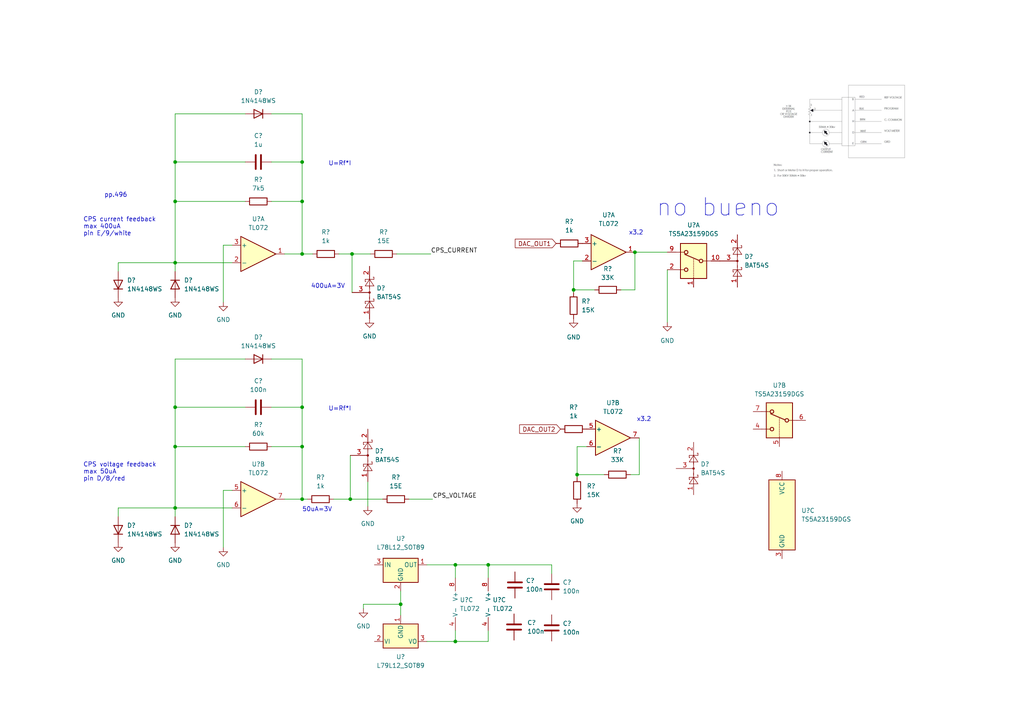
<source format=kicad_sch>
(kicad_sch (version 20211123) (generator eeschema)
  (paper "A4")
  (lib_symbols
    (symbol "Amplifier_Operational:TL072" (pin_names (offset 0.127))
      (property "Reference" "U" (at 0 5.08 0))
      (property "Value" "TL072" (at 0 -5.08 0))
      (symbol "TL072_1_1"
        (polyline (pts (xy -5.08 5.08) (xy 5.08 0) (xy -5.08 -5.08) (xy -5.08 5.08)) (stroke (width 0.254)) (fill (type background)))
        (pin output line (at 7.62 0 180) (length 2.54) (name "~") (number "1"))
        (pin input line (at -7.62 -2.54 0) (length 2.54) (name "-") (number "2"))
        (pin input line (at -7.62 2.54 0) (length 2.54) (name "+") (number "3"))
      )
      (symbol "TL072_2_1"
        (polyline (pts (xy -5.08 5.08) (xy 5.08 0) (xy -5.08 -5.08) (xy -5.08 5.08)) (stroke (width 0.254)) (fill (type background)))
        (pin input line (at -7.62 2.54 0) (length 2.54) (name "+") (number "5"))
        (pin input line (at -7.62 -2.54 0) (length 2.54) (name "-") (number "6"))
        (pin output line (at 7.62 0 180) (length 2.54) (name "~") (number "7"))
      )
      (symbol "TL072_3_1"
        (pin power_in line (at -2.54 -7.62 90) (length 3.81) (name "V-") (number "4"))
        (pin power_in line (at -2.54 7.62 270) (length 3.81) (name "V+") (number "8"))
      )
    )
    (symbol "Analog_Switch:TS5A23159DGS"
      (property "Reference" "U" (at -5.08 8.89 0))
      (property "Value" "TS5A23159DGS" (at -5.08 6.985 0))
      (symbol "TS5A23159DGS_1_1"
        (rectangle (start -3.81 5.08) (end 3.81 -5.08) (stroke (width 0.254)) (fill (type background)))
        (circle (center -2.159 0) (radius 0.508) (stroke (width 0.254)))
        (polyline (pts (xy -5.08 0) (xy -2.794 0)))
        (polyline (pts (xy -1.651 0.127) (xy 2.54 1.905)) (stroke (width 0.254)))
        (polyline (pts (xy 0 -5.08) (xy 0 -4.572)))
        (polyline (pts (xy 0 -4.318) (xy 0 -4.064)))
        (polyline (pts (xy 0 -3.81) (xy 0 -3.556)))
        (polyline (pts (xy 0 -3.302) (xy 0 -3.048)))
        (polyline (pts (xy 0 -2.794) (xy 0 -2.54)))
        (polyline (pts (xy 0 -2.286) (xy 0 -2.032)))
        (polyline (pts (xy 0 -1.778) (xy 0 -1.524)))
        (polyline (pts (xy 0 -1.27) (xy 0 -1.016)))
        (polyline (pts (xy 0 -0.762) (xy 0 -0.508)))
        (polyline (pts (xy 0 -0.254) (xy 0 0)))
        (polyline (pts (xy 0 0.254) (xy 0 0.508)))
        (polyline (pts (xy 5.08 -2.54) (xy 2.794 -2.54)))
        (polyline (pts (xy 5.08 2.54) (xy 2.794 2.54)))
        (circle (center 2.159 -2.54) (radius 0.508) (stroke (width 0.254)))
        (circle (center 2.159 2.54) (radius 0.508) (stroke (width 0.254)))
        (pin input line (at 0 -7.62 90) (length 2.54) (name "~") (number "1"))
        (pin passive line (at -7.62 0 0) (length 2.54) (name "~") (number "10"))
        (pin passive line (at 7.62 -2.54 180) (length 2.54) (name "~") (number "2"))
        (pin passive line (at 7.62 2.54 180) (length 2.54) (name "~") (number "9"))
      )
      (symbol "TS5A23159DGS_2_1"
        (rectangle (start -3.81 5.08) (end 3.81 -5.08) (stroke (width 0.254)) (fill (type background)))
        (circle (center -2.159 0) (radius 0.508) (stroke (width 0.254)))
        (polyline (pts (xy -5.08 0) (xy -2.794 0)))
        (polyline (pts (xy -1.651 0.127) (xy 2.54 1.905)) (stroke (width 0.254)))
        (polyline (pts (xy 0 -5.08) (xy 0 -4.572)))
        (polyline (pts (xy 0 -4.318) (xy 0 -4.064)))
        (polyline (pts (xy 0 -3.81) (xy 0 -3.556)))
        (polyline (pts (xy 0 -3.302) (xy 0 -3.048)))
        (polyline (pts (xy 0 -2.794) (xy 0 -2.54)))
        (polyline (pts (xy 0 -2.286) (xy 0 -2.032)))
        (polyline (pts (xy 0 -1.778) (xy 0 -1.524)))
        (polyline (pts (xy 0 -1.27) (xy 0 -1.016)))
        (polyline (pts (xy 0 -0.762) (xy 0 -0.508)))
        (polyline (pts (xy 0 -0.254) (xy 0 0)))
        (polyline (pts (xy 0 0.254) (xy 0 0.508)))
        (polyline (pts (xy 5.08 -2.54) (xy 2.794 -2.54)))
        (polyline (pts (xy 5.08 2.54) (xy 2.794 2.54)))
        (circle (center 2.159 -2.54) (radius 0.508) (stroke (width 0.254)))
        (circle (center 2.159 2.54) (radius 0.508) (stroke (width 0.254)))
        (pin passive line (at 7.62 -2.54 180) (length 2.54) (name "~") (number "4"))
        (pin input line (at 0 -7.62 90) (length 2.54) (name "~") (number "5"))
        (pin passive line (at -7.62 0 0) (length 2.54) (name "~") (number "6"))
        (pin passive line (at 7.62 2.54 180) (length 2.54) (name "~") (number "7"))
      )
      (symbol "TS5A23159DGS_3_1"
        (rectangle (start -3.81 10.16) (end 3.81 -10.16) (stroke (width 0.254)) (fill (type background)))
        (pin power_in line (at 0 -12.7 90) (length 2.54) (name "GND") (number "3"))
        (pin power_in line (at 0 12.7 270) (length 2.54) (name "VCC") (number "8"))
      )
    )
    (symbol "Device:C" (pin_numbers hide) (pin_names (offset 0.254))
      (property "Reference" "C" (at 0.635 2.54 0))
      (property "Value" "C" (at 0.635 -2.54 0))
      (symbol "C_0_1"
        (polyline (pts (xy -2.032 -0.762) (xy 2.032 -0.762)) (stroke (width 0.508)))
        (polyline (pts (xy -2.032 0.762) (xy 2.032 0.762)) (stroke (width 0.508)))
      )
      (symbol "C_1_1"
        (pin passive line (at 0 3.81 270) (length 2.794) (name "~") (number "1"))
        (pin passive line (at 0 -3.81 90) (length 2.794) (name "~") (number "2"))
      )
    )
    (symbol "Device:R" (pin_numbers hide) (pin_names (offset 0))
      (property "Reference" "R" (at 2.032 0 90))
      (property "Value" "R" (at 0 0 90))
      (symbol "R_0_1"
        (rectangle (start -1.016 -2.54) (end 1.016 2.54) (stroke (width 0.254)))
      )
      (symbol "R_1_1"
        (pin passive line (at 0 3.81 270) (length 1.27) (name "~") (number "1"))
        (pin passive line (at 0 -3.81 90) (length 1.27) (name "~") (number "2"))
      )
    )
    (symbol "Diode:1N4148WS" (pin_numbers hide) (pin_names (offset 1.016) hide)
      (property "Reference" "D" (at 0 2.54 0))
      (property "Value" "1N4148WS" (at 0 -2.54 0))
      (symbol "1N4148WS_0_1"
        (polyline (pts (xy -1.27 1.27) (xy -1.27 -1.27)) (stroke (width 0.254)))
        (polyline (pts (xy 1.27 0) (xy -1.27 0)))
        (polyline (pts (xy 1.27 1.27) (xy 1.27 -1.27) (xy -1.27 0) (xy 1.27 1.27)) (stroke (width 0.254)))
      )
      (symbol "1N4148WS_1_1"
        (pin passive line (at -3.81 0 0) (length 2.54) (name "K") (number "1"))
        (pin passive line (at 3.81 0 180) (length 2.54) (name "A") (number "2"))
      )
    )
    (symbol "Diode:BAT54S" (pin_names (offset 1.016))
      (property "Reference" "D" (at 0.635 -3.81 0))
      (property "Value" "BAT54S" (at -6.35 3.175 0))
      (symbol "BAT54S_0_1"
        (polyline (pts (xy -3.81 0) (xy -1.27 0)))
        (polyline (pts (xy -3.175 -1.27) (xy -3.175 -1.016)))
        (polyline (pts (xy -2.54 -1.27) (xy -3.175 -1.27)))
        (polyline (pts (xy -2.54 -1.27) (xy -2.54 1.27)))
        (polyline (pts (xy -2.54 1.27) (xy -1.905 1.27)))
        (polyline (pts (xy -1.905 0) (xy 1.905 0)))
        (polyline (pts (xy -1.905 1.27) (xy -1.905 1.016)))
        (polyline (pts (xy 1.27 0) (xy 3.81 0)))
        (polyline (pts (xy 3.175 -1.27) (xy 3.175 -1.016)))
        (polyline (pts (xy 3.81 -1.27) (xy 3.175 -1.27)))
        (polyline (pts (xy 3.81 -1.27) (xy 3.81 1.27)))
        (polyline (pts (xy 3.81 1.27) (xy 4.445 1.27)))
        (polyline (pts (xy 4.445 1.27) (xy 4.445 1.016)))
        (polyline (pts (xy -4.445 1.27) (xy -4.445 -1.27) (xy -2.54 0) (xy -4.445 1.27)))
        (polyline (pts (xy 1.905 1.27) (xy 1.905 -1.27) (xy 3.81 0) (xy 1.905 1.27)))
        (circle (center 0 0) (radius 0.254) (fill (type outline)))
      )
      (symbol "BAT54S_1_1"
        (pin passive line (at -7.62 0 0) (length 3.81) (name "~") (number "1"))
        (pin passive line (at 7.62 0 180) (length 3.81) (name "~") (number "2"))
        (pin passive line (at 0 -5.08 90) (length 5.08) (name "~") (number "3"))
      )
    )
    (symbol "Regulator_Linear:L78L12_SOT89" (pin_names (offset 0.254))
      (property "Reference" "U" (at -3.81 3.175 0))
      (property "Value" "L78L12_SOT89" (at -0.635 3.175 0))
      (symbol "L78L12_SOT89_0_1"
        (rectangle (start -5.08 1.905) (end 5.08 -5.08) (stroke (width 0.254)) (fill (type background)))
      )
      (symbol "L78L12_SOT89_1_1"
        (pin power_out line (at 7.62 0 180) (length 2.54) (name "OUT") (number "1"))
        (pin power_in line (at 0 -7.62 90) (length 2.54) (name "GND") (number "2"))
        (pin power_in line (at -7.62 0 0) (length 2.54) (name "IN") (number "3"))
      )
    )
    (symbol "Regulator_Linear:L79L12_SOT89" (pin_names (offset 0.254))
      (property "Reference" "U" (at -3.81 -3.175 0))
      (property "Value" "L79L12_SOT89" (at 0 -3.175 0))
      (symbol "L79L12_SOT89_0_1"
        (rectangle (start -5.08 5.08) (end 5.08 -1.905) (stroke (width 0.254)) (fill (type background)))
      )
      (symbol "L79L12_SOT89_1_1"
        (pin power_in line (at 0 7.62 270) (length 2.54) (name "GND") (number "1"))
        (pin power_in line (at -7.62 0 0) (length 2.54) (name "VI") (number "2"))
        (pin power_out line (at 7.62 0 180) (length 2.54) (name "VO") (number "3"))
      )
    )
    (symbol "power:GND" (power) (pin_names (offset 0))
      (property "Value" "GND" (at 0 -3.81 0))
      (symbol "GND_0_1"
        (polyline (pts (xy 0 0) (xy 0 -1.27) (xy 1.27 -1.27) (xy 0 -2.54) (xy -1.27 -1.27) (xy 0 -1.27)))
      )
      (symbol "GND_1_1"
        (pin power_in line (at 0 0 270) (length 0) hide (name "GND") (number "1"))
      )
    )
  )
  (junction (at 102.108 73.66))
  (junction (at 50.8 58.42))
  (junction (at 50.8 129.54))
  (junction (at 116.205 175.26))
  (junction (at 184.15 73.152))
  (junction (at 132.08 163.83))
  (junction (at 167.386 137.668))
  (junction (at 87.63 129.54))
  (junction (at 87.63 118.11))
  (junction (at 50.8 147.32))
  (junction (at 141.605 163.83))
  (junction (at 87.63 58.42))
  (junction (at 50.8 46.99))
  (junction (at 50.8 118.11))
  (junction (at 87.63 73.66))
  (junction (at 50.8 76.2))
  (junction (at 101.6 144.78))
  (junction (at 87.63 144.78))
  (junction (at 166.37 84.074))
  (junction (at 87.63 46.99))
  (junction (at 132.08 186.055))
  (wire (pts (xy 78.74 129.54) (xy 87.63 129.54)))
  (wire (pts (xy 50.8 104.14) (xy 50.8 118.11)))
  (wire (pts (xy 141.605 163.83) (xy 141.605 167.64)))
  (wire (pts (xy 116.205 175.26) (xy 116.205 178.435)))
  (wire (pts (xy 184.15 84.074) (xy 184.15 73.152)))
  (wire (pts (xy 182.88 137.668) (xy 185.42 137.668)))
  (wire (pts (xy 67.31 147.32) (xy 50.8 147.32)))
  (wire (pts (xy 101.6 132.08) (xy 101.6 144.78)))
  (wire (pts (xy 34.29 147.32) (xy 34.29 149.86)))
  (wire (pts (xy 50.8 118.11) (xy 71.12 118.11)))
  (wire (pts (xy 96.774 144.78) (xy 101.6 144.78)))
  (wire (pts (xy 82.55 73.66) (xy 87.63 73.66)))
  (wire (pts (xy 50.8 58.42) (xy 71.12 58.42)))
  (wire (pts (xy 106.68 139.7) (xy 106.68 146.812)))
  (wire (pts (xy 87.63 129.54) (xy 87.63 118.11)))
  (wire (pts (xy 118.618 144.78) (xy 125.476 144.78)))
  (wire (pts (xy 185.42 137.668) (xy 185.42 127)))
  (wire (pts (xy 50.8 129.54) (xy 71.12 129.54)))
  (wire (pts (xy 50.8 33.02) (xy 50.8 46.99)))
  (wire (pts (xy 167.386 138.43) (xy 167.386 137.668)))
  (wire (pts (xy 102.108 73.66) (xy 102.108 84.836)))
  (wire (pts (xy 87.63 144.78) (xy 89.154 144.78)))
  (wire (pts (xy 50.8 76.2) (xy 50.8 78.74)))
  (wire (pts (xy 78.74 58.42) (xy 87.63 58.42)))
  (wire (pts (xy 132.08 182.88) (xy 132.08 186.055)))
  (wire (pts (xy 116.205 171.45) (xy 116.205 175.26)))
  (wire (pts (xy 71.12 104.14) (xy 50.8 104.14)))
  (wire (pts (xy 87.63 46.99) (xy 87.63 33.02)))
  (wire (pts (xy 172.466 84.074) (xy 166.37 84.074)))
  (wire (pts (xy 87.63 33.02) (xy 78.74 33.02)))
  (wire (pts (xy 141.605 163.83) (xy 160.02 163.83)))
  (wire (pts (xy 78.74 46.99) (xy 87.63 46.99)))
  (wire (pts (xy 87.63 58.42) (xy 87.63 46.99)))
  (wire (pts (xy 50.8 58.42) (xy 50.8 76.2)))
  (wire (pts (xy 132.08 186.055) (xy 123.825 186.055)))
  (wire (pts (xy 87.63 118.11) (xy 87.63 104.14)))
  (wire (pts (xy 67.31 76.2) (xy 50.8 76.2)))
  (wire (pts (xy 132.08 163.83) (xy 132.08 167.64)))
  (wire (pts (xy 141.605 182.88) (xy 141.605 186.055)))
  (wire (pts (xy 78.74 118.11) (xy 87.63 118.11)))
  (wire (pts (xy 184.15 73.152) (xy 193.548 73.152)))
  (wire (pts (xy 50.8 76.2) (xy 34.29 76.2)))
  (wire (pts (xy 87.63 58.42) (xy 87.63 73.66)))
  (wire (pts (xy 50.8 129.54) (xy 50.8 147.32)))
  (wire (pts (xy 166.37 84.074) (xy 166.37 75.692)))
  (wire (pts (xy 64.77 87.63) (xy 64.77 71.12)))
  (wire (pts (xy 50.8 46.99) (xy 50.8 58.42)))
  (wire (pts (xy 90.678 73.66) (xy 87.63 73.66)))
  (wire (pts (xy 50.8 118.11) (xy 50.8 129.54)))
  (wire (pts (xy 64.77 158.75) (xy 64.77 142.24)))
  (wire (pts (xy 167.386 137.668) (xy 167.386 129.54)))
  (wire (pts (xy 64.77 142.24) (xy 67.31 142.24)))
  (wire (pts (xy 71.12 33.02) (xy 50.8 33.02)))
  (wire (pts (xy 115.062 73.66) (xy 124.968 73.66)))
  (wire (pts (xy 193.548 78.232) (xy 193.548 93.472)))
  (wire (pts (xy 180.086 84.074) (xy 184.15 84.074)))
  (wire (pts (xy 160.02 166.37) (xy 160.02 163.83)))
  (wire (pts (xy 166.37 84.074) (xy 166.37 84.836)))
  (wire (pts (xy 167.386 137.668) (xy 175.26 137.668)))
  (wire (pts (xy 50.8 46.99) (xy 71.12 46.99)))
  (wire (pts (xy 64.77 71.12) (xy 67.31 71.12)))
  (wire (pts (xy 105.41 176.53) (xy 105.41 175.26)))
  (wire (pts (xy 167.386 129.54) (xy 170.18 129.54)))
  (wire (pts (xy 132.08 186.055) (xy 141.605 186.055)))
  (wire (pts (xy 132.08 163.83) (xy 141.605 163.83)))
  (wire (pts (xy 123.825 163.83) (xy 132.08 163.83)))
  (wire (pts (xy 102.108 73.66) (xy 107.442 73.66)))
  (wire (pts (xy 87.63 144.78) (xy 87.63 129.54)))
  (wire (pts (xy 98.298 73.66) (xy 102.108 73.66)))
  (wire (pts (xy 166.37 75.692) (xy 168.91 75.692)))
  (wire (pts (xy 82.55 144.78) (xy 87.63 144.78)))
  (wire (pts (xy 34.29 76.2) (xy 34.29 78.74)))
  (wire (pts (xy 87.63 104.14) (xy 78.74 104.14)))
  (wire (pts (xy 50.8 147.32) (xy 34.29 147.32)))
  (wire (pts (xy 101.6 144.78) (xy 110.998 144.78)))
  (wire (pts (xy 105.41 175.26) (xy 116.205 175.26)))
  (wire (pts (xy 50.8 147.32) (xy 50.8 149.86)))
  (image (at 243.84 38.1))
  (text "50uA=3V" (at 87.63 148.59 0) (effects (font (size 1.27 1.27)) (justify left bottom)))
  (text "CPS current feedback\nmax 400uA\npin E/9/white" (at 24.13 68.58 0) (effects (font (size 1.27 1.27)) (justify left bottom)))
  (text "x3.2" (at 184.658 122.428 0) (effects (font (size 1.27 1.27)) (justify left bottom)))
  (text "U=Rf*I" (at 95.25 48.26 0) (effects (font (size 1.27 1.27)) (justify left bottom)))
  (text "no bueno " (at 190.246 63.246 0) (effects (font (size 5.08 5.08)) (justify left bottom)))
  (text "400uA=3V" (at 90.17 83.82 0) (effects (font (size 1.27 1.27)) (justify left bottom)))
  (text "x3.2" (at 182.372 68.326 0) (effects (font (size 1.27 1.27)) (justify left bottom)))
  (text "CPS voltage feedback\nmax 50uA\npin D/8/red" (at 24.13 139.7 0) (effects (font (size 1.27 1.27)) (justify left bottom)))
  (text "pp.496" (at 30.226 57.404 0) (effects (font (size 1.27 1.27)) (justify left bottom)))
  (text "U=Rf*I" (at 95.25 119.38 0) (effects (font (size 1.27 1.27)) (justify left bottom)))
  (label "CPS_VOLTAGE" (at 125.476 144.78 0))
  (label "CPS_CURRENT" (at 124.968 73.66 0))
  (global_label "DAC_OUT1" (shape input) (at 161.29 70.612 180) (property "Intersheet References" "${INTERSHEET_REFS}" (effects hide)))
  (global_label "DAC_OUT2" (shape input) (at 162.56 124.46 180) (property "Intersheet References" "${INTERSHEET_REFS}" (effects hide)))
  (symbol (lib_id "Device:R") (at 94.488 73.66 90) (unit 1)
    (property "Reference" "R?" (at 94.488 67.31 90))
    (property "Value" "1k" (at 94.488 69.85 90))
    (property "Footprint" "Resistor_SMD:R_0402_1005Metric" (effects hide))
  )
  (symbol (lib_id "Diode:BAT54S") (at 201.168 135.89 270) (mirror x) (unit 1)
    (property "Reference" "D?" (at 203.2 134.6199 90) (effects (justify left)))
    (property "Value" "BAT54S" (at 203.2 137.1599 90) (effects (justify left)))
    (property "Footprint" "Package_TO_SOT_SMD:SOT-23" (effects hide))
    (property "Datasheet" "https://www.diodes.com/assets/Datasheets/ds11005.pdf" (effects hide))
  )
  (symbol (lib_id "Device:R") (at 165.1 70.612 90) (unit 1)
    (property "Reference" "R?" (at 165.1 64.262 90))
    (property "Value" "1k" (at 165.1 66.802 90))
    (property "Footprint" "Resistor_SMD:R_0402_1005Metric" (effects hide))
  )
  (symbol (lib_id "Device:R") (at 176.276 84.074 90) (unit 1)
    (property "Reference" "R?" (at 176.276 77.978 90))
    (property "Value" "33K" (at 176.276 80.518 90))
    (property "Footprint" "Resistor_SMD:R_0402_1005Metric" (effects hide))
  )
  (symbol (lib_id "Diode:BAT54S") (at 106.68 132.08 270) (mirror x) (unit 1)
    (property "Reference" "D?" (at 108.712 130.8099 90) (effects (justify left)))
    (property "Value" "BAT54S" (at 108.712 133.3499 90) (effects (justify left)))
    (property "Footprint" "Package_TO_SOT_SMD:SOT-23" (effects hide))
    (property "Datasheet" "https://www.diodes.com/assets/Datasheets/ds11005.pdf" (effects hide))
  )
  (symbol (lib_id "Regulator_Linear:L78L12_SOT89") (at 116.205 163.83 0) (unit 1)
    (property "Reference" "U?" (at 116.205 156.21 0))
    (property "Value" "L78L12_SOT89" (at 116.205 158.75 0))
    (property "Footprint" "Package_TO_SOT_SMD:SOT-89-3" (effects hide))
    (property "Datasheet" "http://www.st.com/content/ccc/resource/technical/document/datasheet/15/55/e5/aa/23/5b/43/fd/CD00000446.pdf/files/CD00000446.pdf/jcr:content/translations/en.CD00000446.pdf" (effects hide))
  )
  (symbol (lib_id "Amplifier_Operational:TL072") (at 74.93 73.66 0) (unit 1)
    (property "Reference" "U?" (at 74.93 63.5 0))
    (property "Value" "TL072" (at 74.93 66.04 0))
    (property "Datasheet" "http://www.ti.com/lit/ds/symlink/tl071.pdf" (effects hide))
  )
  (symbol (lib_id "power:GND") (at 193.548 93.472 0) (unit 1)
    (property "Reference" "#PWR?" (effects hide))
    (property "Value" "GND" (at 193.548 98.806 0))
  )
  (symbol (lib_id "power:GND") (at 167.386 146.05 0) (unit 1)
    (property "Reference" "#PWR?" (effects hide))
    (property "Value" "GND" (at 167.386 151.13 0))
  )
  (symbol (lib_id "power:GND") (at 34.29 86.36 0) (unit 1)
    (property "Reference" "#PWR?" (effects hide))
    (property "Value" "GND" (at 34.29 91.44 0))
  )
  (symbol (lib_id "power:GND") (at 64.77 87.63 0) (unit 1)
    (property "Reference" "#PWR?" (effects hide))
    (property "Value" "GND" (at 64.77 92.71 0))
  )
  (symbol (lib_id "Amplifier_Operational:TL072") (at 134.62 175.26 0) (unit 3)
    (property "Reference" "U?" (at 133.35 173.9899 0) (effects (justify left)))
    (property "Value" "TL072" (at 133.35 176.5299 0) (effects (justify left)))
    (property "Datasheet" "http://www.ti.com/lit/ds/symlink/tl071.pdf" (effects hide))
  )
  (symbol (lib_id "Amplifier_Operational:TL072") (at 177.8 127 0) (unit 2)
    (property "Reference" "U?" (at 177.8 116.84 0))
    (property "Value" "TL072" (at 177.8 119.38 0))
    (property "Datasheet" "http://www.ti.com/lit/ds/symlink/tl071.pdf" (effects hide))
  )
  (symbol (lib_id "power:GND") (at 50.8 157.48 0) (unit 1)
    (property "Reference" "#PWR?" (effects hide))
    (property "Value" "GND" (at 50.8 162.56 0))
  )
  (symbol (lib_id "Diode:1N4148WS") (at 50.8 153.67 90) (mirror x) (unit 1)
    (property "Reference" "D?" (at 53.34 152.3999 90) (effects (justify right)))
    (property "Value" "1N4148WS" (at 53.34 154.9399 90) (effects (justify right)))
    (property "Footprint" "Diode_SMD:D_SOD-323" (effects hide))
    (property "Datasheet" "https://www.vishay.com/docs/85751/1n4148ws.pdf" (effects hide))
  )
  (symbol (lib_id "Diode:1N4148WS") (at 50.8 82.55 90) (mirror x) (unit 1)
    (property "Reference" "D?" (at 53.34 81.2799 90) (effects (justify right)))
    (property "Value" "1N4148WS" (at 53.34 83.8199 90) (effects (justify right)))
    (property "Footprint" "Diode_SMD:D_SOD-323" (effects hide))
    (property "Datasheet" "https://www.vishay.com/docs/85751/1n4148ws.pdf" (effects hide))
  )
  (symbol (lib_id "Device:R") (at 111.252 73.66 90) (unit 1)
    (property "Reference" "R?" (at 111.252 67.31 90))
    (property "Value" "15E" (at 111.252 69.85 90))
  )
  (symbol (lib_id "Device:R") (at 166.37 88.646 0) (unit 1)
    (property "Reference" "R?" (at 168.656 87.3759 0) (effects (justify left)))
    (property "Value" "15K" (at 168.656 89.9159 0) (effects (justify left)))
    (property "Footprint" "Resistor_SMD:R_0402_1005Metric" (effects hide))
  )
  (symbol (lib_id "Device:R") (at 114.808 144.78 90) (unit 1)
    (property "Reference" "R?" (at 114.808 138.43 90))
    (property "Value" "15E" (at 114.808 140.97 90))
  )
  (symbol (lib_id "Device:C") (at 160.02 170.18 180) (unit 1)
    (property "Reference" "C?" (at 163.195 168.9099 0) (effects (justify right)))
    (property "Value" "100n" (at 163.195 171.4499 0) (effects (justify right)))
    (property "Footprint" "Capacitor_SMD:C_0402_1005Metric" (effects hide))
    (property "LCSC" "C1525" (effects hide))
  )
  (symbol (lib_id "Device:C") (at 74.93 118.11 90) (unit 1)
    (property "Reference" "C?" (at 74.93 110.49 90))
    (property "Value" "100n" (at 74.93 113.03 90))
    (property "Footprint" "Capacitor_SMD:C_0402_1005Metric" (effects hide))
    (property "LCSC" "C1525" (effects hide))
  )
  (symbol (lib_id "Regulator_Linear:L79L12_SOT89") (at 116.205 186.055 0) (unit 1)
    (property "Reference" "U?" (at 116.205 190.5 0))
    (property "Value" "L79L12_SOT89" (at 116.205 193.04 0))
    (property "Footprint" "Package_TO_SOT_SMD:SOT-89-3" (effects hide))
    (property "Datasheet" "http://www.farnell.com/datasheets/1827870.pdf" (effects hide))
  )
  (symbol (lib_id "Diode:1N4148WS") (at 34.29 82.55 90) (unit 1)
    (property "Reference" "D?" (at 36.83 81.2799 90) (effects (justify right)))
    (property "Value" "1N4148WS" (at 36.83 83.8199 90) (effects (justify right)))
    (property "Footprint" "Diode_SMD:D_SOD-323" (effects hide))
    (property "Datasheet" "https://www.vishay.com/docs/85751/1n4148ws.pdf" (effects hide))
  )
  (symbol (lib_id "power:GND") (at 105.41 176.53 0) (unit 1)
    (property "Reference" "#PWR?" (effects hide))
    (property "Value" "GND" (at 105.41 181.61 0))
  )
  (symbol (lib_id "power:GND") (at 34.29 157.48 0) (unit 1)
    (property "Reference" "#PWR?" (effects hide))
    (property "Value" "GND" (at 34.29 162.56 0))
  )
  (symbol (lib_id "Device:C") (at 160.02 182.118 180) (unit 1)
    (property "Reference" "C?" (at 163.195 180.8479 0) (effects (justify right)))
    (property "Value" "100n" (at 163.195 183.3879 0) (effects (justify right)))
    (property "Footprint" "Capacitor_SMD:C_0402_1005Metric" (effects hide))
    (property "LCSC" "C1525" (effects hide))
  )
  (symbol (lib_id "Device:R") (at 167.386 142.24 0) (unit 1)
    (property "Reference" "R?" (at 170.18 140.9699 0) (effects (justify left)))
    (property "Value" "15K" (at 170.18 143.5099 0) (effects (justify left)))
    (property "Footprint" "Resistor_SMD:R_0402_1005Metric" (effects hide))
  )
  (symbol (lib_id "power:GND") (at 106.68 146.812 0) (unit 1)
    (property "Reference" "#PWR?" (effects hide))
    (property "Value" "GND" (at 106.68 151.892 0))
  )
  (symbol (lib_id "Analog_Switch:TS5A23159DGS") (at 226.06 121.92 0) (mirror y) (unit 2)
    (property "Reference" "U?" (at 226.06 111.76 0))
    (property "Value" "TS5A23159DGS" (at 226.06 114.3 0))
    (property "Footprint" "Package_SO:VSSOP-10_3x3mm_P0.5mm" (effects hide))
    (property "Datasheet" "http://www.ti.com/lit/ds/symlink/ts5a23159.pdf" (effects hide))
  )
  (symbol (lib_id "Diode:1N4148WS") (at 74.93 104.14 0) (mirror y) (unit 1)
    (property "Reference" "D?" (at 74.93 97.79 0))
    (property "Value" "1N4148WS" (at 74.93 100.33 0))
    (property "Footprint" "Diode_SMD:D_SOD-323" (effects hide))
    (property "Datasheet" "https://www.vishay.com/docs/85751/1n4148ws.pdf" (effects hide))
  )
  (symbol (lib_id "Device:R") (at 179.07 137.668 90) (unit 1)
    (property "Reference" "R?" (at 179.07 130.81 90))
    (property "Value" "33K" (at 179.07 133.35 90))
    (property "Footprint" "Resistor_SMD:R_0402_1005Metric" (effects hide))
  )
  (symbol (lib_id "Diode:1N4148WS") (at 74.93 33.02 0) (mirror y) (unit 1)
    (property "Reference" "D?" (at 74.93 26.67 0))
    (property "Value" "1N4148WS" (at 74.93 29.21 0))
    (property "Footprint" "Diode_SMD:D_SOD-323" (effects hide))
    (property "Datasheet" "https://www.vishay.com/docs/85751/1n4148ws.pdf" (effects hide))
  )
  (symbol (lib_id "Analog_Switch:TS5A23159DGS") (at 226.822 149.352 0) (unit 3)
    (property "Reference" "U?" (at 232.41 148.0819 0) (effects (justify left)))
    (property "Value" "TS5A23159DGS" (at 232.41 150.6219 0) (effects (justify left)))
    (property "Footprint" "Package_SO:VSSOP-10_3x3mm_P0.5mm" (effects hide))
    (property "Datasheet" "http://www.ti.com/lit/ds/symlink/ts5a23159.pdf" (effects hide))
  )
  (symbol (lib_id "Device:C") (at 74.93 46.99 90) (unit 1)
    (property "Reference" "C?" (at 74.93 39.37 90))
    (property "Value" "1u" (at 74.93 41.91 90))
  )
  (symbol (lib_id "Diode:1N4148WS") (at 34.29 153.67 90) (unit 1)
    (property "Reference" "D?" (at 36.83 152.3999 90) (effects (justify right)))
    (property "Value" "1N4148WS" (at 36.83 154.9399 90) (effects (justify right)))
    (property "Footprint" "Diode_SMD:D_SOD-323" (effects hide))
    (property "Datasheet" "https://www.vishay.com/docs/85751/1n4148ws.pdf" (effects hide))
  )
  (symbol (lib_id "power:GND") (at 166.37 92.456 0) (unit 1)
    (property "Reference" "#PWR?" (effects hide))
    (property "Value" "GND" (at 166.37 97.79 0))
  )
  (symbol (lib_id "Amplifier_Operational:TL072") (at 74.93 144.78 0) (unit 2)
    (property "Reference" "U?" (at 74.93 134.62 0))
    (property "Value" "TL072" (at 74.93 137.16 0))
    (property "Datasheet" "http://www.ti.com/lit/ds/symlink/tl071.pdf" (effects hide))
  )
  (symbol (lib_id "Diode:BAT54S") (at 213.868 75.692 270) (mirror x) (unit 1)
    (property "Reference" "D?" (at 215.9 74.4219 90) (effects (justify left)))
    (property "Value" "BAT54S" (at 215.9 76.9619 90) (effects (justify left)))
    (property "Footprint" "Package_TO_SOT_SMD:SOT-23" (effects hide))
    (property "Datasheet" "https://www.diodes.com/assets/Datasheets/ds11005.pdf" (effects hide))
  )
  (symbol (lib_id "Diode:BAT54S") (at 107.188 84.836 270) (mirror x) (unit 1)
    (property "Reference" "D?" (at 109.22 83.5659 90) (effects (justify left)))
    (property "Value" "BAT54S" (at 109.22 86.1059 90) (effects (justify left)))
    (property "Footprint" "Package_TO_SOT_SMD:SOT-23" (effects hide))
    (property "Datasheet" "https://www.diodes.com/assets/Datasheets/ds11005.pdf" (effects hide))
  )
  (symbol (lib_id "Analog_Switch:TS5A23159DGS") (at 201.168 75.692 0) (mirror y) (unit 1)
    (property "Reference" "U?" (at 201.168 65.278 0))
    (property "Value" "TS5A23159DGS" (at 201.168 67.818 0))
    (property "Footprint" "Package_SO:VSSOP-10_3x3mm_P0.5mm" (effects hide))
    (property "Datasheet" "http://www.ti.com/lit/ds/symlink/ts5a23159.pdf" (effects hide))
  )
  (symbol (lib_id "power:GND") (at 107.188 92.456 0) (unit 1)
    (property "Reference" "#PWR?" (effects hide))
    (property "Value" "GND" (at 107.188 97.536 0))
  )
  (symbol (lib_id "Device:R") (at 166.37 124.46 90) (unit 1)
    (property "Reference" "R?" (at 166.37 118.11 90))
    (property "Value" "1k" (at 166.37 120.65 90))
    (property "Footprint" "Resistor_SMD:R_0402_1005Metric" (effects hide))
  )
  (symbol (lib_id "Amplifier_Operational:TL072") (at 176.53 73.152 0) (unit 1)
    (property "Reference" "U?" (at 176.53 62.357 0))
    (property "Value" "TL072" (at 176.53 64.897 0))
    (property "Datasheet" "http://www.ti.com/lit/ds/symlink/tl071.pdf" (effects hide))
  )
  (symbol (lib_id "Device:C") (at 149.098 181.864 180) (unit 1)
    (property "Reference" "C?" (at 152.908 180.5939 0) (effects (justify right)))
    (property "Value" "100n" (at 152.908 183.1339 0) (effects (justify right)))
    (property "Footprint" "Capacitor_SMD:C_0402_1005Metric" (effects hide))
    (property "LCSC" "C1525" (effects hide))
  )
  (symbol (lib_id "power:GND") (at 64.77 158.75 0) (unit 1)
    (property "Reference" "#PWR?" (effects hide))
    (property "Value" "GND" (at 64.77 163.83 0))
  )
  (symbol (lib_id "Amplifier_Operational:TL072") (at 144.145 175.26 0) (unit 3)
    (property "Reference" "U?" (at 142.875 173.9899 0) (effects (justify left)))
    (property "Value" "TL072" (at 142.875 176.5299 0) (effects (justify left)))
    (property "Datasheet" "http://www.ti.com/lit/ds/symlink/tl071.pdf" (effects hide))
  )
  (symbol (lib_id "Device:R") (at 74.93 58.42 90) (unit 1)
    (property "Reference" "R?" (at 74.93 52.07 90))
    (property "Value" "7k5" (at 74.93 54.61 90))
  )
  (symbol (lib_id "power:GND") (at 50.8 86.36 0) (unit 1)
    (property "Reference" "#PWR?" (effects hide))
    (property "Value" "GND" (at 50.8 91.44 0))
  )
  (symbol (lib_id "Device:R") (at 74.93 129.54 90) (unit 1)
    (property "Reference" "R?" (at 74.93 123.19 90))
    (property "Value" "60k" (at 74.93 125.73 90))
  )
  (symbol (lib_id "Device:C") (at 149.352 169.672 180) (unit 1)
    (property "Reference" "C?" (at 152.527 168.4019 0) (effects (justify right)))
    (property "Value" "100n" (at 152.527 170.9419 0) (effects (justify right)))
    (property "Footprint" "Capacitor_SMD:C_0402_1005Metric" (effects hide))
    (property "LCSC" "C1525" (effects hide))
  )
  (symbol (lib_id "Device:R") (at 92.964 144.78 90) (unit 1)
    (property "Reference" "R?" (at 92.964 138.43 90))
    (property "Value" "1k" (at 92.964 140.97 90))
  )
)
</source>
